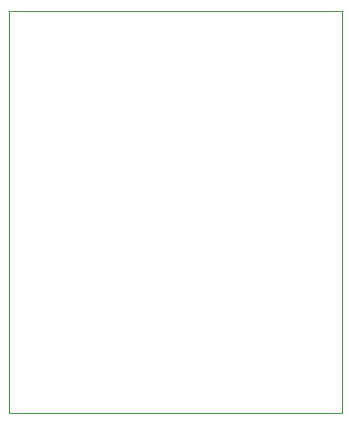
<source format=gbr>
%TF.GenerationSoftware,KiCad,Pcbnew,(5.1.6)-1*%
%TF.CreationDate,2021-01-22T14:39:17+01:00*%
%TF.ProjectId,LambdaBuffer,4c616d62-6461-4427-9566-6665722e6b69,rev?*%
%TF.SameCoordinates,Original*%
%TF.FileFunction,Profile,NP*%
%FSLAX46Y46*%
G04 Gerber Fmt 4.6, Leading zero omitted, Abs format (unit mm)*
G04 Created by KiCad (PCBNEW (5.1.6)-1) date 2021-01-22 14:39:17*
%MOMM*%
%LPD*%
G01*
G04 APERTURE LIST*
%TA.AperFunction,Profile*%
%ADD10C,0.050000*%
%TD*%
G04 APERTURE END LIST*
D10*
X103886000Y-79756000D02*
X114554000Y-79756000D01*
X103886000Y-113792000D02*
X103886000Y-79756000D01*
X124968000Y-113792000D02*
X103886000Y-113792000D01*
X132080000Y-113792000D02*
X132080000Y-112776000D01*
X124968000Y-113792000D02*
X132080000Y-113792000D01*
X132080000Y-79756000D02*
X132080000Y-112776000D01*
X127000000Y-79756000D02*
X132080000Y-79756000D01*
X114554000Y-79756000D02*
X127000000Y-79756000D01*
M02*

</source>
